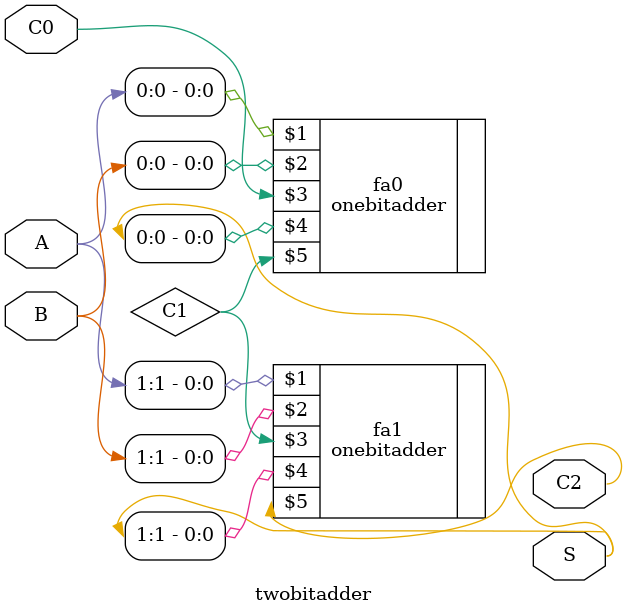
<source format=v>
`timescale 1ns / 1ps


module twobitadder(
    input [1:0] A,
    input [1:0] B,
    input C0,
    output [1:0] S,
    output C2
    );
    
    wire C1;
    
    onebitadder fa0 (A[0], B[0], C0, S[0], C1);
    onebitadder fa1 (A[1], B[1], C1, S[1], C2);
endmodule

</source>
